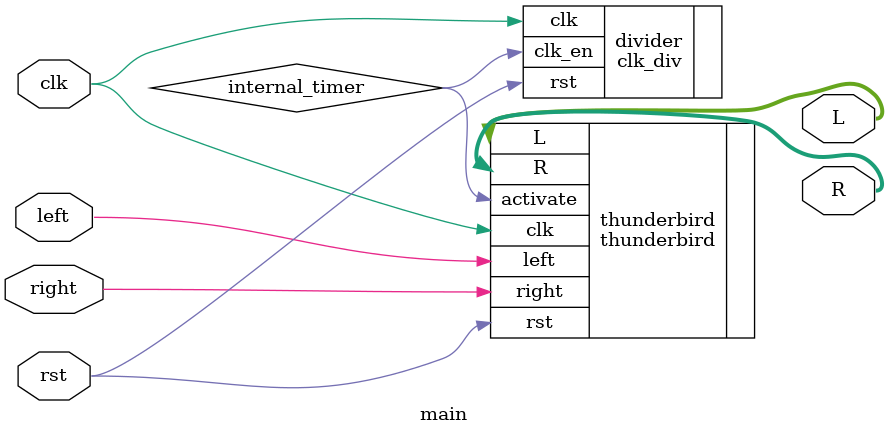
<source format=v>
`timescale 1ns / 1ps

module main(
            input rst,
            input clk,
            input left,
            input right,
            output [2:0] L,
            output [2:0] R);
   wire           internal_timer;          

   clk_div divider(.clk(clk), 
                   .rst(rst),
                   .clk_en(internal_timer));

   thunderbird thunderbird(.clk(clk),
                           .activate(internal_timer),
                           .rst(rst),
                           .left(left),
                           .right(right),
                           .L(L),
                           .R(R));
endmodule

</source>
